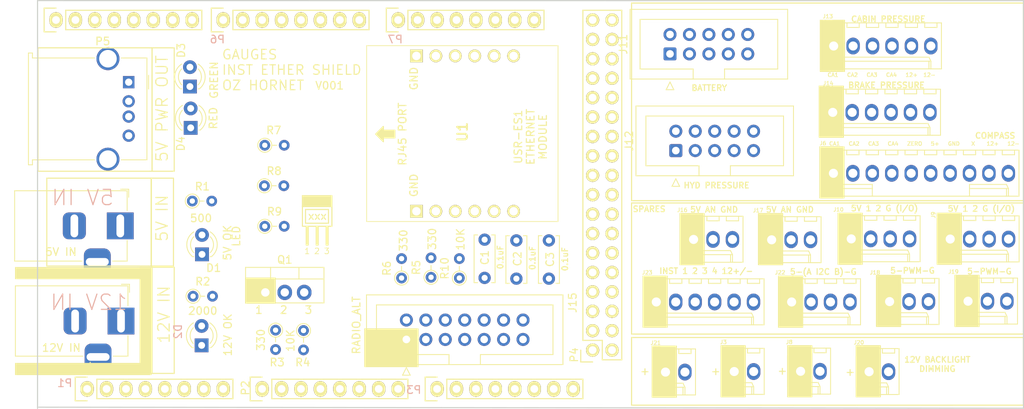
<source format=kicad_pcb>
(kicad_pcb (version 20211014) (generator pcbnew)
  (title_block (date "mar. 31 mars 2015"))
  (layers (0 "F.Cu" signal) (31 "B.Cu" signal) (34 "B.Paste" user) (35 "F.Paste" user) (36 "B.SilkS" user "B.Silkscreen") (37 "F.SilkS" user "F.Silkscreen") (38 "B.Mask" user) (39 "F.Mask" user) (44 "Edge.Cuts" user))
  (net 0 "")
  (net 1 "/SCL")
  (net 2 "/SDA")
  (net 4 "/LOWER_OUTPUT_5V")
  (net 5 "+5VL")
  (net 6 "/IOREF")
  (net 7 "/Reset")
  (net 8 "+3V3")
  (net 9 "/Vin")
  (net 10 "GND")
  (net 11 "/RAD_ALT-POT")
  (net 14 "/SLD_GND")
  (net 15 "/+5v_IN")
  (net 16 "/+12v-IN")
  (net 17 "/BATT-1-1")
  (net 18 "/BATT-2-1")
  (net 19 "/BATT-1-2")
  (net 20 "/BATT-2-2")
  (net 21 "/BATT-1-3")
  (net 22 "/BATT-2-3")
  (net 23 "/BATT-1-4")
  (net 24 "/BATT-2-4")
  (net 25 "/DIMMER-LED-12V")
  (net 26 "/HYD-1-1")
  (net 27 "/HYD-2-1")
  (net 28 "SCLK")
  (net 29 "/HYD-1-2")
  (net 30 "/HYD-2-2")
  (net 31 "/HYD-1-3")
  (net 32 "/HYD-2-3")
  (net 33 "/HYD-1-4")
  (net 34 "/HYD-2-4")
  (net 35 "/CAB_ALT-COIL-1")
  (net 36 "/CAB_ALT-COIL-2")
  (net 37 "/CAB_ALT-COIL-3")
  (net 38 "/CAB_ALT-COIL-4")
  (net 39 "/LED+12V")
  (net 40 "/BRK_PRS-COIL-1")
  (net 41 "/BRK_PRS-COIL-2")
  (net 42 "ES1_RST")
  (net 43 "Net-(P4-Pad35)")
  (net 44 "/BRK_PRS-COIL-3")
  (net 45 "/BRK_PRS-COIL-4")
  (net 46 "/RAD_ALT-1")
  (net 47 "/RAD_ALT-2")
  (net 48 "MISO")
  (net 49 "/RAD_ALT-3")
  (net 51 "/RAD_ALT-4")
  (net 52 "/OFF_FLAG")
  (net 53 "/RAD_ALT-PUSH_BUT")
  (net 54 "/RAD_ALT-GN_LED")
  (net 55 "/RAD_ALT-RD_LED")
  (net 56 "/LEDGND")
  (net 58 "MOSI")
  (net 59 "/GREEN_LED")
  (net 60 "/RED_LED")
  (net 63 "SS")
  (net 64 "Net-(D3-Pad2)")
  (net 65 "Net-(D4-Pad2)")
  (net 66 "Net-(D1-Pad2)")
  (net 67 "Net-(D2-Pad2)")
  (net 69 "Net-(Q1-Pad1)")
  (net 70 "/LGND")
  (net 73 "/RAD_ALT-GN_ARDUINO")
  (net 74 "/RAD_ALT-RD_ARDUINO")
  (net 75 "Net-(R9-Pad2)")
  (net 76 "/Compass_Stepper_A")
  (net 77 "/Compass_Stepper_B")
  (net 78 "/Compass_Stepper_C")
  (net 79 "/Compass_Stepper_D")
  (net 80 "/Compass_Zero_Sensor")
  (net 82 "/SPARE_I{slash}O-1")
  (net 83 "/SPARE_I{slash}O-2")
  (net 84 "/SPARE_I{slash}O-4")
  (net 85 "/SPARE_I{slash}O-5")
  (net 86 "/SPARE_1{slash}O-A0")
  (net 87 "/SPARE_1{slash}O-A1")
  (net 88 "/SPARE_PWM-1")
  (net 89 "/SPARE_PWM-2")
  (net 90 "/I2C-A")
  (net 91 "/I2C-B")
  (net 92 "/SPARE-COIL-4")
  (net 93 "/SPARE-COIL-3")
  (net 94 "/SPARE-COIL-2")
  (net 95 "/SPARE-COIL-1")
  (net 96 "/BACKLIGHT")
  (footprint "Socket_Arduino_Mega:Socket_Strip_Arduino_2x18" (layer "F.Cu") (at 197.358 114.046 90)
    (fp_text reference "P4" (at -0.635 -2.413 90) (layer "F.SilkS"))
    (fp_text value "Digital" hide)
    (pad "1" thru_hole circle locked (at 0 0 90) (size 1.7272 1.7272) (drill 1.016) (layers *.Cu *.Mask "F.SilkS") (net 70 "/LGND"))
    (pad "2" thru_hole oval locked (at 0 2.54 90) (size 1.7272 1.7272) (drill 1.016) (layers *.Cu *.Mask "F.SilkS") (net 70 "/LGND"))
    (pad "3" thru_hole oval locked (at 2.54 0 90) (size 1.7272 1.7272) (drill 1.016) (layers *.Cu *.Mask "F.SilkS") (net 28 "SCLK"))
    (pad "4" thru_hole oval locked (at 2.54 2.54 90) (size 1.7272 1.7272) (drill 1.016) (layers *.Cu *.Mask "F.SilkS") (net 42 "ES1_RST"))
    (pad "5" thru_hole oval locked (at 5.08 0 90) (size 1.7272 1.7272) (drill 1.016) (layers *.Cu *.Mask "F.SilkS") (net 48 "MISO"))
    (pad "6" thru_hole oval locked (at 5.08 2.54 90) (size 1.7272 1.7272) (drill 1.016) (layers *.Cu *.Mask "F.SilkS") (net 58 "MOSI"))
    (pad "7" thru_hole oval locked (at 7.62 0 90) (size 1.7272 1.7272) (drill 1.016) (layers *.Cu *.Mask "F.SilkS") (net 78 "/Compass_Stepper_C"))
    (pad "8" thru_hole oval locked (at 7.62 2.54 90) (size 1.7272 1.7272) (drill 1.016) (layers *.Cu *.Mask "F.SilkS") (net 79 "/Compass_Stepper_D"))
    (pad "9" thru_hole oval locked (at 10.16 0 90) (size 1.7272 1.7272) (drill 1.016) (layers *.Cu *.Mask "F.SilkS") (net 76 "/Compass_Stepper_A"))
    (pad "10" thru_hole oval locked (at 10.16 2.54 90) (size 1.7272 1.7272) (drill 1.016) (layers *.Cu *.Mask "F.SilkS") (net 77 "/Compass_Stepper_B"))
    (pad "11" thru_hole oval locked (at 12.7 0 90) (size 1.7272 1.7272) (drill 1.016) (layers *.Cu *.Mask "F.SilkS") (net 44 "/BRK_PRS-COIL-3"))
    (pad "12" thru_hole oval locked (at 12.7 2.54 90) (size 1.7272 1.7272) (drill 1.016) (layers *.Cu *.Mask "F.SilkS") (net 45 "/BRK_PRS-COIL-4"))
    (pad "13" thru_hole oval locked (at 15.24 0 90) (size 1.7272 1.7272) (drill 1.016) (layers *.Cu *.Mask "F.SilkS") (net 40 "/BRK_PRS-COIL-1"))
    (pad "14" thru_hole oval locked (at 15.24 2.54 90) (size 1.7272 1.7272) (drill 1.016) (layers *.Cu *.Mask "F.SilkS") (net 41 "/BRK_PRS-COIL-2"))
    (pad "15" thru_hole oval locked (at 17.78 0 90) (size 1.7272 1.7272) (drill 1.016) (layers *.Cu *.Mask "F.SilkS") (net 37 "/CAB_ALT-COIL-3"))
    (pad "16" thru_hole oval locked (at 17.78 2.54 90) (size 1.7272 1.7272) (drill 1.016) (layers *.Cu *.Mask "F.SilkS") (net 38 "/CAB_ALT-COIL-4"))
    (pad "17" thru_hole oval locked (at 20.32 0 90) (size 1.7272 1.7272) (drill 1.016) (layers *.Cu *.Mask "F.SilkS") (net 35 "/CAB_ALT-COIL-1"))
    (pad "18" thru_hole oval locked (at 20.32 2.54 90) (size 1.7272 1.7272) (drill 1.016) (layers *.Cu *.Mask "F.SilkS") (net 36 "/CAB_ALT-COIL-2"))
    (pad "19" thru_hole oval locked (at 22.86 0 90) (size 1.7272 1.7272) (drill 1.016) (layers *.Cu *.Mask "F.SilkS") (net 32 "/HYD-2-3"))
    (pad "20" thru_hole oval locked (at 22.86 2.54 90) (size 1.7272 1.7272) (drill 1.016) (layers *.Cu *.Mask "F.SilkS") (net 34 "/HYD-2-4"))
    (pad "21" thru_hole oval locked (at 25.4 0 90) (size 1.7272 1.7272) (drill 1.016) (layers *.Cu *.Mask "F.SilkS") (net 27 "/HYD-2-1"))
    (pad "22" thru_hole oval locked (at 25.4 2.54 90) (size 1.7272 1.7272) (drill 1.016) (layers *.Cu *.Mask "F.SilkS") (net 30 "/HYD-2-2"))
    (pad "23" thru_hole oval locked (at 27.94 0 90) (size 1.7272 1.7272) (drill 1.016) (layers *.Cu *.Mask "F.SilkS") (net 31 "/HYD-1-3"))
    (pad "24" thru_hole oval locked (at 27.94 2.54 90) (size 1.7272 1.7272) (drill 1.016) (layers *.Cu *.Mask "F.SilkS") (net 33 "/HYD-1-4"))
    (pad "25" thru_hole oval locked (at 30.48 0 90) (size 1.7272 1.7272) (drill 1.016) (layers *.Cu *.Mask "F.SilkS") (net 26 "/HYD-1-1"))
    (pad "26" thru_hole oval locked (at 30.48 2.54 90) (size 1.7272 1.7272) (drill 1.016) (layers *.Cu *.Mask "F.SilkS") (net 29 "/HYD-1-2"))
    (pad "27" thru_hole oval locked (at 33.02 0 90) (size 1.7272 1.7272) (drill 1.016) (layers *.Cu *.Mask "F.SilkS") (net 22 "/BATT-2-3"))
    (pad "28" thru_hole oval locked (at 33.02 2.54 90) (size 1.7272 1.7272) (drill 1.016) (layers *.Cu *.Mask "F.SilkS") (net 24 "/BATT-2-4"))
    (pad "29" thru_hole oval locked (at 35.56 0 90) (size 1.7272 1.7272) (drill 1.016) (layers *.Cu *.Mask "F.SilkS") (net 18 "/BATT-2-1"))
    (pad "30" thru_hole oval locked (at 35.56 2.54 90) (size 1.7272 1.7272) (drill 1.016) (layers *.Cu *.Mask "F.SilkS") (net 20 "/BATT-2-2"))
    (pad "31" thru_hole oval locked (at 38.1 0 90) (size 1.7272 1.7272) (drill 1.016) (layers *.Cu *.Mask "F.SilkS") (net 21 "/BATT-1-3"))
    (pad "32" thru_hole oval locked (at 38.1 2.54 90) (size 1.7272 1.7272) (drill 1.016) (layers *.Cu *.Mask "F.SilkS") (net 23 "/BATT-1-4"))
    (pad "33" thru_hole oval locked (at 40.64 0 90) (size 1.7272 1.7272) (drill 1.016) (layers *.Cu *.Mask "F.SilkS") (net 17 "/BATT-1-1"))
    (pad "34" thru_hole oval locked (at 40.64 2.54 90) (size 1.7272 1.7272) (drill 1.016) (layers *.Cu *.Mask "F.SilkS") (net 19 "/BATT-1-2"))
    (pad "35" thru_hole oval locked (at 43.18 0 90) (size 1.7272 1.7272) (drill 1.016) (layers *.Cu *.Mask "F.SilkS") (net 43 "Net-(P4-Pad35)"))
    (pad "36" thru_hole oval locked (at 43.18 2.54 90) (size 1.7272 1.7272) (drill 1.016) (layers *.Cu *.Mask "F.SilkS") (net 43 "Net-(P4-Pad35)"))
  )
  (footprint "Socket_Arduino_Mega:Socket_Strip_Arduino_1x08" (layer "F.Cu") (at 131.318 119.126)
    (fp_text reference "P1" (at -2.921 -0.762) (layer "B.SilkS") (effects (justify mirror)))
    (fp_text value "Power")
    (pad "1" thru_hole oval locked (at 0 0) (size 1.7272 2.032) (drill 1.016) (layers *.Cu *.Mask "F.SilkS"))
    (pad "2" thru_hole oval locked (at 2.54 0) (size 1.7272 2.032) (drill 1.016) (layers *.Cu *.Mask "F.SilkS") (net 6 "/IOREF"))
    (pad "3" thru_hole oval locked (at 5.08 0) (size 1.7272 2.032) (drill 1.016) (layers *.Cu *.Mask "F.SilkS") (net 7 "/Reset"))
    (pad "4" thru_hole oval locked (at 7.62 0) (size 1.7272 2.032) (drill 1.016) (layers *.Cu *.Mask "F.SilkS") (net 8 "+3V3"))
    (pad "5" thru_hole oval locked (at 10.16 0) (size 1.7272 2.032) (drill 1.016) (layers *.Cu *.Mask "F.SilkS") (net 5 "+5VL"))
    (pad "6" thru_hole oval locked (at 12.7 0) (size 1.7272 2.032) (drill 1.016) (layers *.Cu *.Mask "F.SilkS") (net 10 "GND"))
    (pad "7" thru_hole oval locked (at 15.24 0) (size 1.7272 2.032) (drill 1.016) (layers *.Cu *.Mask "F.SilkS") (net 10 "GND"))
    (pad "8" thru_hole oval locked (at 17.78 0) (size 1.7272 2.032) (drill 1.016) (layers *.Cu *.Mask "F.SilkS") (net 9 "/Vin"))
  )
  (footprint "Socket_Arduino_Mega:Socket_Strip_Arduino_1x08" (layer "F.Cu") (at 177.038 119.126)
    (fp_text reference "P3" (at -3.048 0.127) (layer "B.SilkS") (effects (justify mirror)))
    (fp_text value "Analog")
    (pad "1" thru_hole oval locked (at 0 0) (size 1.7272 2.032) (drill 1.016) (layers *.Cu *.Mask "F.SilkS") (net 82 "/SPARE_I{slash}O-1"))
    (pad "2" thru_hole oval locked (at 2.54 0) (size 1.7272 2.032) (drill 1.016) (layers *.Cu *.Mask "F.SilkS") (net 83 "/SPARE_I{slash}O-2"))
    (pad "3" thru_hole oval locked (at 5.08 0) (size 1.7272 2.032) (drill 1.016) (layers *.Cu *.Mask "F.SilkS"))
    (pad "4" thru_hole oval locked (at 7.62 0) (size 1.7272 2.032) (drill 1.016) (layers *.Cu *.Mask "F.SilkS") (net 84 "/SPARE_I{slash}O-4"))
    (pad "5" thru_hole oval locked (at 10.16 0) (size 1.7272 2.032) (drill 1.016) (layers *.Cu *.Mask "F.SilkS") (net 85 "/SPARE_I{slash}O-5"))
    (pad "6" thru_hole oval locked (at 12.7 0) (size 1.7272 2.032) (drill 1.016) (layers *.Cu *.Mask "F.SilkS"))
    (pad "7" thru_hole oval locked (at 15.24 0) (size 1.7272 2.032) (drill 1.016) (layers *.Cu *.Mask "F.SilkS"))
    (pad "8" thru_hole oval locked (at 17.78 0) (size 1.7272 2.032) (drill 1.016) (layers *.Cu *.Mask "F.SilkS"))
  )
  (footprint "Socket_Arduino_Mega:Socket_Strip_Arduino_1x08" (layer "F.Cu") (at 127.254 70.866)
    (fp_text reference "P5" (at 6.096 2.794) (layer "F.SilkS"))
    (fp_text value "PWM")
    (pad "1" thru_hole oval locked (at 0 0) (size 1.7272 2.032) (drill 1.016) (layers *.Cu *.Mask "F.SilkS"))
    (pad "2" thru_hole oval locked (at 2.54 0) (size 1.7272 2.032) (drill 1.016) (layers *.Cu *.Mask "F.SilkS") (net 10 "GND"))
    (pad "3" thru_hole oval locked (at 5.08 0) (size 1.7272 2.032) (drill 1.016) (layers *.Cu *.Mask "F.SilkS") (net 88 "/SPARE_PWM-1"))
    (pad "4" thru_hole oval locked (at 7.62 0) (size 1.7272 2.032) (drill 1.016) (layers *.Cu *.Mask "F.SilkS") (net 89 "/SPARE_PWM-2"))
    (pad "5" thru_hole oval locked (at 10.16 0) (size 1.7272 2.032) (drill 1.016) (layers *.Cu *.Mask "F.SilkS") (net 25 "/DIMMER-LED-12V"))
    (pad "6" thru_hole oval locked (at 12.7 0) (size 1.7272 2.032) (drill 1.016) (layers *.Cu *.Mask "F.SilkS") (net 63 "SS"))
    (pad "7" thru_hole oval locked (at 15.24 0) (size 1.7272 2.032) (drill 1.016) (layers *.Cu *.Mask "F.SilkS") (net 73 "/RAD_ALT-GN_ARDUINO"))
    (pad "8" thru_hole oval locked (at 17.78 0) (size 1.7272 2.032) (drill 1.016) (layers *.Cu *.Mask "F.SilkS") (net 74 "/RAD_ALT-RD_ARDUINO"))
  )
  (footprint "Socket_Arduino_Mega:Socket_Strip_Arduino_1x08" (layer "F.Cu") (at 149.098 70.866)
    (fp_text reference "P6" (at -0.762 2.54) (layer "B.SilkS") (effects (justify mirror)))
    (fp_text value "PWM")
    (pad "1" thru_hole oval locked (at 0 0) (size 1.7272 2.032) (drill 1.016) (layers *.Cu *.Mask "F.SilkS") (net 80 "/Compass_Zero_Sensor"))
    (pad "2" thru_hole oval locked (at 2.54 0) (size 1.7272 2.032) (drill 1.016) (layers *.Cu *.Mask "F.SilkS") (net 53 "/RAD_ALT-PUSH_BUT"))
    (pad "3" thru_hole oval locked (at 5.08 0) (size 1.7272 2.032) (drill 1.016) (layers *.Cu *.Mask "F.SilkS") (net 52 "/OFF_FLAG"))
    (pad "4" thru_hole oval locked (at 7.62 0) (size 1.7272 2.032) (drill 1.016) (layers *.Cu *.Mask "F.SilkS") (net 51 "/RAD_ALT-4"))
    (pad "5" thru_hole oval locked (at 10.16 0) (size 1.7272 2.032) (drill 1.016) (layers *.Cu *.Mask "F.SilkS") (net 49 "/RAD_ALT-3"))
    (pad "6" thru_hole oval locked (at 12.7 0) (size 1.7272 2.032) (drill 1.016) (layers *.Cu *.Mask "F.SilkS") (net 47 "/RAD_ALT-2"))
    (pad "7" thru_hole oval locked (at 15.24 0) (size 1.7272 2.032) (drill 1.016) (layers *.Cu *.Mask "F.SilkS") (net 46 "/RAD_ALT-1"))
    (pad "8" thru_hole oval locked (at 17.78 0) (size 1.7272 2.032) (drill 1.016) (layers *.Cu *.Mask "F.SilkS"))
  )
  (footprint "Socket_Arduino_Mega:Socket_Strip_Arduino_1x08" (layer "F.Cu") (at 171.958 70.866)
    (fp_text reference "P7" (at -0.381 2.54) (layer "B.SilkS") (effects (justify mirror)))
    (fp_text value "Communication")
    (pad "1" thru_hole oval locked (at 0 0) (size 1.7272 2.032) (drill 1.016) (layers *.Cu *.Mask "F.SilkS") (net 59 "/GREEN_LED"))
    (pad "2" thru_hole oval locked (at 2.54 0) (size 1.7272 2.032) (drill 1.016) (layers *.Cu *.Mask "F.SilkS") (net 60 "/RED_LED"))
    (pad "3" thru_hole oval locked (at 5.08 0) (size 1.7272 2.032) (drill 1.016) (layers *.Cu *.Mask "F.SilkS"))
    (pad "4" thru_hole oval locked (at 7.62 0) (size 1.7272 2.032) (drill 1.016) (layers *.Cu *.Mask "F.SilkS"))
    (pad "5" thru_hole oval locked (at 10.16 0) (size 1.7272 2.032) (drill 1.016) (layers *.Cu *.Mask "F.SilkS") (net 90 "/I2C-A"))
    (pad "6" thru_hole oval locked (at 12.7 0) (size 1.7272 2.032) (drill 1.016) (layers *.Cu *.Mask "F.SilkS") (net 91 "/I2C-B"))
    (pad "7" thru_hole oval locked (at 15.24 0) (size 1.7272 2.032) (drill 1.016) (layers *.Cu *.Mask "F.SilkS") (net 2 "/SDA"))
    (pad "8" thru_hole oval locked (at 17.78 0) (size 1.7272 2.032) (drill 1.016) (layers *.Cu *.Mask "F.SilkS") (net 1 "/SCL"))
  )
  (footprint "LED_THT:LED_D3.0mm" (layer "F.Cu") (at 146.33 101.525 90)
    (fp_text reference "D1" (at -1.775 1.52 -180) (layer "F.SilkS"))
    (fp_text value "LED" (at 2.375 4.47 90) (layer "F.SilkS"))
    (pad "1" thru_hole rect locked (at 0 0 90) (size 1.8 1.8) (drill 0.9) (layers *.Cu *.Mask) (net 10 "GND"))
    (pad "2" thru_hole circle locked (at 2.54 0 90) (size 1.8 1.8) (drill 0.9) (layers *.Cu *.Mask) (net 66 "Net-(D1-Pad2)"))
  )
  (footprint "LED_THT:LED_D3.0mm" (layer "F.Cu") (at 146.28 113.425 90)
    (fp_text reference "D2" (at 1.798 -3.098 90) (layer "B.SilkS") (effects (justify mirror)))
    (fp_text value "LED" hide)
    (pad "1" thru_hole rect locked (at 0 0 90) (size 1.8 1.8) (drill 0.9) (layers *.Cu *.Mask) (net 10 "GND"))
    (pad "2" thru_hole circle locked (at 2.54 0 90) (size 1.8 1.8) (drill 0.9) (layers *.Cu *.Mask) (net 67 "Net-(D2-Pad2)"))
  )
  (footprint "Resistor_THT:R_Axial_DIN0204_L3.6mm_D1.6mm_P2.54mm_Vertical" (layer "F.Cu") (at 145.06 94.55)
    (fp_text reference "R1" (at 1.32 -1.9) (layer "F.SilkS"))
    (fp_text value "500" (at 1.14 2.25) (layer "F.SilkS"))
    (pad "1" thru_hole circle (at 0 0) (size 1.4 1.4) (drill 0.7) (layers *.Cu *.Mask) (net 15 "/+5v_IN"))
    (pad "2" thru_hole oval (at 2.54 0) (size 1.4 1.4) (drill 0.7) (layers *.Cu *.Mask) (net 66 "Net-(D1-Pad2)"))
  )
  (footprint "LED_THT:LED_D3.0mm" (layer "F.Cu") (at 144.85 84.975 90)
    (fp_text reference "D4" (at -2.075 -1.3 90) (layer "F.SilkS"))
    (fp_text value "RED" (at 1.27 2.96 90) (layer "F.SilkS"))
    (pad "1" thru_hole rect (at 0 0 90) (size 1.8 1.8) (drill 0.9) (layers *.Cu *.Mask) (net 10 "GND"))
    (pad "2" thru_hole circle (at 2.54 0 90) (size 1.8 1.8) (drill 0.9) (layers *.Cu *.Mask) (net 65 "Net-(D4-Pad2)"))
  )
  (footprint "Package_TO_SOT_THT:TO-220-3_Vertical" (layer "F.Cu") (at 154.6 106.5)
    (fp_text reference "Q1" (at 2.54 -4.27) (layer "F.SilkS"))
    (fp_text value "IRF1405PBF")
    (pad "1" thru_hole rect (at 0 0) (size 1.905 2) (drill 1.1) (layers *.Cu *.Mask) (net 69 "Net-(Q1-Pad1)"))
    (pad "2" thru_hole oval (at 2.54 0) (size 1.905 2) (drill 1.1) (layers *.Cu *.Mask) (net 25 "/DIMMER-LED-12V"))
    (pad "3" thru_hole oval (at 5.08 0) (size 1.905 2) (drill 1.1) (layers *.Cu *.Mask) (net 10 "GND"))
  )
  (footprint "Connector_IDC:IDC-Header_2x05_P2.54mm_Vertical" (layer "F.Cu") (at 208.23 87.95 90)
    (fp_text reference "J12" (at 1.27 -6.1 90) (layer "F.SilkS"))
    (fp_text value "HYD-STEPPER")
    (pad "1" thru_hole roundrect (at 0 0 90) (size 1.7 1.7) (drill 1) (layers *.Cu *.Mask) (roundrect_rratio 0.147059) (net 26 "/HYD-1-1"))
    (pad "2" thru_hole circle (at 2.54 0 90) (size 1.7 1.7) (drill 1) (layers *.Cu *.Mask) (net 27 "/HYD-2-1"))
    (pad "3" thru_hole circle (at 0 2.54 90) (size 1.7 1.7) (drill 1) (layers *.Cu *.Mask) (net 29 "/HYD-1-2"))
    (pad "4" thru_hole circle (at 2.54 2.54 90) (size 1.7 1.7) (drill 1) (layers *.Cu *.Mask) (net 30 "/HYD-2-2"))
    (pad "5" thru_hole circle (at 0 5.08 90) (size 1.7 1.7) (drill 1) (layers *.Cu *.Mask) (net 31 "/HYD-1-3"))
    (pad "6" thru_hole circle (at 2.54 5.08 90) (size 1.7 1.7) (drill 1) (layers *.Cu *.Mask) (net 32 "/HYD-2-3"))
    (pad "7" thru_hole circle (at 0 7.62 90) (size 1.7 1.7) (drill 1) (layers *.Cu *.Mask) (net 33 "/HYD-1-4"))
    (pad "8" thru_hole circle (at 2.54 7.62 90) (size 1.7 1.7) (drill 1) (layers *.Cu *.Mask) (net 34 "/HYD-2-4"))
    (pad "9" thru_hole circle (at 0 10.16 90) (size 1.7 1.7) (drill 1) (layers *.Cu *.Mask) (net 16 "/+12v-IN"))
    (pad "10" thru_hole circle (at 2.54 10.16 90) (size 1.7 1.7) (drill 1) (layers *.Cu *.Mask) (net 25 "/DIMMER-LED-12V"))
  )
  (footprint "Resistor_THT:R_Axial_DIN0204_L3.6mm_D1.6mm_P2.54mm_Vertical" (layer "F.Cu") (at 179.95 104.62 90)
    (fp_text reference "R10" (at 1.27 -1.92 90) (layer "F.SilkS"))
    (fp_text value "10K" (at 5.07 0.15 90) (layer "F.SilkS"))
    (pad "1" thru_hole circle (at 0 0 90) (size 1.4 1.4) (drill 0.7) (layers *.Cu *.Mask) (net 10 "GND"))
    (pad "2" thru_hole oval (at 2.54 0 90) (size 1.4 1.4) (drill 0.7) (layers *.Cu *.Mask) (net 53 "/RAD_ALT-PUSH_BUT"))
  )
  (footprint "Resistor_THT:R_Axial_DIN0204_L3.6mm_D1.6mm_P2.54mm_Vertical" (layer "F.Cu") (at 154.53 97.85)
    (fp_text reference "R9" (at 1.27 -1.92) (layer "F.SilkS"))
    (fp_text value "10K")
    (pad "1" thru_hole circle (at 0 0) (size 1.4 1.4) (drill 0.7) (layers *.Cu *.Mask) (net 8 "+3V3"))
    (pad "2" thru_hole oval (at 2.54 0) (size 1.4 1.4) (drill 0.7) (layers *.Cu *.Mask) (net 75 "Net-(R9-Pad2)"))
  )
  (footprint "Connector_Molex:Molex_KK-254_AE-6410-04A_1x04_P2.54mm_Vertical" (layer "F.Cu") (at 223.36 107.75)
    (fp_text reference "J22" (at -1.51 -3.85 180) (layer "F.SilkS") (effects (font (size 0.5 0.5) (thickness 0.1))))
    (fp_text value "SPARE I2C" hide)
    (pad "1" thru_hole roundrect (at 0 0) (size 1.74 2.19) (drill 1.19) (layers *.Cu *.Mask) (roundrect_rratio 0.143678) (net 15 "/+5v_IN"))
    (pad "2" thru_hole oval (at 2.54 0) (size 1.74 2.19) (drill 1.19) (layers *.Cu *.Mask) (net 90 "/I2C-A"))
    (pad "3" thru_hole oval (at 5.08 0) (size 1.74 2.19) (drill 1.19) (layers *.Cu *.Mask) (net 91 "/I2C-B"))
    (pad "4" thru_hole oval (at 7.62 0) (size 1.74 2.19) (drill 1.19) (layers *.Cu *.Mask) (net 10 "GND"))
  )
  (footprint "Capacitor_THT:C_Disc_D6.0mm_W2.5mm_P5.00mm" (layer "F.Cu") (at 187.4 104.7 90)
    (fp_text reference "C2" (at 2.6 0.15 90) (layer "F.SilkS"))
    (fp_text value "0.1uF" (at 2.7 2.1 90) (layer "F.SilkS") (effects (font (size 0.75 0.75))))
    (pad "1" thru_hole circle (at 0 0 90) (size 1.6 1.6) (drill 0.8) (layers *.Cu *.Mask) (net 86 "/SPARE_1{slash}O-A0"))
    (pad "2" thru_hole circle (at 5 0 90) (size 1.6 1.6) (drill 0.8) (layers *.Cu *.Mask) (net 10 "GND"))
  )
  (footprint "Resistor_THT:R_Axial_DIN0204_L3.6mm_D1.6mm_P2.54mm_Vertical" (layer "F.Cu") (at 145.16 107)
    (fp_text reference "R2" (at 1.27 -1.92) (layer "F.SilkS"))
    (fp_text value "2000" (at 1.27 1.92) (layer "F.SilkS"))
    (pad "1" thru_hole circle (at 0 0) (size 1.4 1.4) (drill 0.7) (layers *.Cu *.Mask) (net 16 "/+12v-IN"))
    (pad "2" thru_hole oval (at 2.54 0) (size 1.4 1.4) (drill 0.7) (layers *.Cu *.Mask) (net 67 "Net-(D2-Pad2)"))
  )
  (footprint "Resistor_THT:R_Axial_DIN0204_L3.6mm_D1.6mm_P2.54mm_Vertical" (layer "F.Cu") (at 159.59 111.485 -90)
    (fp_text reference "R4" (at 4.17 0.1) (layer "F.SilkS"))
    (fp_text value "10K" (at 1.32 1.7 -90) (layer "F.SilkS"))
    (pad "1" thru_hole circle (at 0 0 270) (size 1.4 1.4) (drill 0.7) (layers *.Cu *.Mask) (net 10 "GND"))
    (pad "2" thru_hole oval (at 2.54 0 270) (size 1.4 1.4) (drill 0.7) (layers *.Cu *.Mask) (net 69 "Net-(Q1-Pad1)"))
  )
  (footprint "Connector_Molex:Molex_KK-254_AE-6410-06A_1x06_P2.54mm_Vertical" (layer "F.Cu") (at 228.85 74.27)
    (fp_text reference "J13" (at -0.76 -3.87) (layer "F.SilkS") (effects (font (size 0.5 0.5) (thickness 0.1))))
    (fp_text value "CABIN_ALT" hide)
    (pad "1" thru_hole roundrect (at 0 0) (size 1.74 2.19) (drill 1.19) (layers *.Cu *.Mask) (roundrect_rratio 0.143678) (net 35 "/CAB_ALT-COIL-1"))
    (pad "2" thru_hole oval (at 2.54 0) (size 1.74 2.19) (drill 1.19) (layers *.Cu *.Mask) (net 36 "/CAB_ALT-COIL-2"))
    (pad "3" thru_hole oval (at 5.08 0) (size 1.74 2.19) (drill 1.19) (layers *.Cu *.Mask) (net 37 "/CAB_ALT-COIL-3"))
    (pad "4" thru_hole oval (at 7.62 0) (size 1.74 2.19) (drill 1.19) (layers *.Cu *.Mask) (net 38 "/CAB_ALT-COIL-4"))
    (pad "5" thru_hole oval (at 10.16 0) (size 1.74 2.19) (drill 1.19) (layers *.Cu *.Mask) (net 39 "/LED+12V"))
    (pad "6" thru_hole oval (at 12.7 0) (size 1.74 2.19) (drill 1.19) (layers *.Cu *.Mask) (net 25 "/DIMMER-LED-12V"))
  )
  (footprint "Connector_BarrelJack:BarrelJack_Horizontal" (layer "F.Cu") (at 135.65 97.8)
    (fp_text reference "J4")
    (fp_text value "5V IN" (at -7.75 3.4) (layer "F.SilkS"))
    (pad "1" thru_hole rect (at 0 0) (size 3.5 3.5) (drill oval 1 3) (layers *.Cu *.Mask) (net 15 "/+5v_IN"))
    (pad "2" thru_hole roundrect (at -6 0) (size 3 3.5) (drill oval 1 3) (layers *.Cu *.Mask) (net 10 "GND"))
    (pad "3" thru_hole roundrect (at -3 4.7) (size 3.5 3.5) (drill oval 3 1) (layers *.Cu *.Mask))
  )
  (footprint "Connector_USB:USB_A_Molex_67643_Horizontal" (layer "F.Cu") (at 136.75 79 -90)
    (fp_text reference "J1")
    (fp_text value "5V USB")
    (pad "1" thru_hole rect (at 0 0 270) (size 1.6 1.5) (drill 0.95) (layers *.Cu *.Mask) (net 4 "/LOWER_OUTPUT_5V"))
    (pad "2" thru_hole circle (at 2.5 0 270) (size 1.6 1.6) (drill 0.95) (layers *.Cu *.Mask))
    (pad "3" thru_hole circle (at 4.5 0 270) (size 1.6 1.6) (drill 0.95) (layers *.Cu *.Mask))
    (pad "4" thru_hole circle (at 7 0 270) (size 1.6 1.6) (drill 0.95) (layers *.Cu *.Mask) (net 14 "/SLD_GND"))
    (pad "5" thru_hole circle (at -3.07 2.71 270) (size 3 3) (drill 2.3) (layers *.Cu *.Mask) (net 14 "/SLD_GND"))
    (pad "5" thru_hole circle (at 10.07 2.71 270) (size 3 3) (drill 2.3) (layers *.Cu *.Mask) (net 14 "/SLD_GND"))
  )
  (footprint "Capacitor_THT:C_Disc_D6.0mm_W2.5mm_P5.00mm" (layer "F.Cu") (at 191.65 104.7 90)
    (fp_text reference "C3" (at 2.5 0.15 90) (layer "F.SilkS"))
    (fp_text value "0.1uF" (at 2.55 2.1 90) (layer "F.SilkS") (effects (font (size 0.75 0.75))))
    (pad "1" thru_hole circle (at 0 0 90) (size 1.6 1.6) (drill 0.8) (layers *.Cu *.Mask) (net 87 "/SPARE_1{slash}O-A1"))
    (pad "2" thru_hole circle (at 5 0 90) (size 1.6 1.6) (drill 0.8) (layers *.Cu *.Mask) (net 10 "GND"))
  )
  (footprint "Connector_Molex:Molex_KK-254_AE-6410-02A_1x02_P2.54mm_Vertical" (layer "F.Cu") (at 224.53 116.82)
    (fp_text reference "J8" (at -1.48 -3.82 180) (layer "F.SilkS") (effects (font (size 0.5 0.5) (thickness 0.1))))
    (fp_text value "12v-BK/LT" hide)
    (pad "1" thru_hole roundrect (at 0 0) (size 1.74 2.19) (drill 1.19) (layers *.Cu *.Mask) (roundrect_rratio 0.143678) (net 16 "/+12v-IN"))
    (pad "2" thru_hole oval (at 2.54 0) (size 1.74 2.19) (drill 1.19) (layers *.Cu *.Mask) (net 25 "/DIMMER-LED-12V"))
  )
  (footprint "Socket_Arduino_Mega:Socket_Strip_Arduino_1x08" (layer "F.Cu") (at 154.178 119.126)
    (fp_text reference "P2" (at -2.178 -0.126 270) (layer "F.SilkS"))
    (fp_text value "Analog")
    (pad "1" thru_hole oval locked (at 0 0) (size 1.7272 2.032) (drill 1.016) (layers *.Cu *.Mask "F.SilkS") (net 86 "/SPARE_1{slash}O-A0"))
    (pad "2" thru_hole oval locked (at 2.54 0) (size 1.7272 2.032) (drill 1.016) (layers *.Cu *.Mask "F.SilkS") (net 87 "/SPARE_1{slash}O-A1"))
    (pad "3" thru_hole oval locked (at 5.08 0) (size 1.7272 2.032) (drill 1.016) (layers *.Cu *.Mask "F.SilkS") (net 11 "/RAD_ALT-POT"))
    (pad "4" thru_hole oval locked (at 7.62 0) (size 1.7272 2.032) (drill 1.016) (layers *.Cu *.Mask "F.SilkS"))
    (pad "5" thru_hole oval locked (at 10.16 0) (size 1.7272 2.032) (drill 1.016) (layers *.Cu *.Mask "F.SilkS") (net 95 "/SPARE-COIL-1"))
    (pad "6" thru_hole oval locked (at 12.7 0) (size 1.7272 2.032) (drill 1.016) (layers *.Cu *.Mask "F.SilkS") (net 94 "/SPARE-COIL-2"))
    (pad "7" thru_hole oval locked (at 15.24 0) (size 1.7272 2.032) (drill 1.016) (layers *.Cu *.Mask "F.SilkS") (net 93 "/SPARE-COIL-3"))
    (pad "8" thru_hole oval locked (at 17.78 0) (size 1.7272 2.032) (drill 1.016) (layers *.Cu *.Mask "F.SilkS") (net 92 "/SPARE-COIL-4"))
  )
  (footprint "Resistor_THT:R_Axial_DIN0204_L3.6mm_D1.6mm_P2.54mm_Vertical" (layer "F.Cu") (at 154.53 87.25)
    (fp_text reference "R7" (at 1.17 -1.95) (layer "F.SilkS"))
    (fp_text value "330")
    (pad "1" thru_hole circle (at 0 0) (size 1.4 1.4) (drill 0.7) (layers *.Cu *.Mask) (net 59 "/GREEN_LED"))
    (pad "2" thru_hole oval (at 2.54 0) (size 1.4 1.4) (drill 0.7) (layers *.Cu *.Mask) (net 64 "Net-(D3-Pad2)"))
  )
  (footprint "Connector_Molex:Molex_KK-254_AE-6410-04A_1x04_P2.54mm_Vertical" (layer "F.Cu") (at 244.08 99.52)
    (fp_text reference "J9" (at -2.2 -3.15 90) (layer "F.SilkS") (effects (font (size 0.5 0.5) (thickness 0.1))))
    (fp_text value "SPARE I/O-1")
    (pad "1" thru_hole roundrect (at 0 0) (size 1.74 2.19) (drill 1.19) (layers *.Cu *.Mask) (roundrect_rratio 0.143678) (net 15 "/+5v_IN"))
    (pad "2" thru_hole oval (at 2.54 0) (size 1.74 2.19) (drill 1.19) (layers *.Cu *.Mask) (net 82 "/SPARE_I{slash}O-1"))
    (pad "3" thru_hole oval (at 5.08 0) (size 1.74 2.19) (drill 1.19) (layers *.Cu *.Mask) (net 83 "/SPARE_I{slash}O-2"))
    (pad "4" thru_hole oval (at 7.62 0) (size 1.74 2.19) (drill 1.19) (layers *.Cu *.Mask) (net 10 "GND"))
  )
  (footprint "Connector_Molex:Molex_KK-254_AE-6410-03A_1x03_P2.54mm_Vertical" (layer "F.Cu") (at 246.41 107.65)
    (fp_text reference "J19" (at -1.91 -3.85 180) (layer "F.SilkS") (effects (font (size 0.5 0.5) (thickness 0.1))))
    (fp_text value "SPARE I/O PWM 2" hide)
    (pad "1" thru_hole roundrect (at 0 0) (size 1.74 2.19) (drill 1.19) (layers *.Cu *.Mask) (roundrect_rratio 0.143678) (net 15 "/+5v_IN"))
    (pad "2" thru_hole oval (at 2.54 0) (size 1.74 2.19) (drill 1.19) (layers *.Cu *.Mask) (net 89 "/SPARE_PWM-2"))
    (pad "3" thru_hole oval (at 5.08 0) (size 1.74 2.19) (drill 1.19) (layers *.Cu *.Mask) (net 10 "GND"))
  )
  (footprint "Connector_BarrelJack:BarrelJack_Horizontal" (layer "F.Cu") (at 135.75 110.2425)
    (fp_text reference "J7")
    (fp_text value "STEPPER IN 12-20VDC")
    (pad "1" thru_hole rect (at 0 0) (size 3.5 3.5) (drill oval 1 3) (layers *.Cu *.Mask) (net 16 "/+12v-IN"))
    (pad "2" thru_hole roundrect (at -6 0) (size 3 3.5) (drill oval 1 3) (layers *.Cu *.Mask) (net 10 "GND"))
    (pad "3" thru_hole roundrect (at -3 4.7) (size 3.5 3.5) (drill oval 3 1) (layers *.Cu *.Mask))
  )
  (footprint "MountingHole:MountingHole_2.5mm" (layer "F.Cu") (at 249.25 116.7)
    (fp_text reference "H2")
    (fp_text value "H2")
    (pad "" np_thru_hole circle (at 0 0) (size 2.5 2.5) (drill 2.5) (layers *.Cu *.Mask))
  )
  (footprint "Resistor_THT:R_Axial_DIN0204_L3.6mm_D1.6mm_P2.54mm_Vertical" (layer "F.Cu") (at 154.48 92.55)
    (fp_text reference "R8" (at 1.27 -1.92) (layer "F.SilkS"))
    (fp_text value "330")
    (pad "1" thru_hole circle (at 0 0) (size 1.4 1.4) (drill 0.7) (layers *.Cu *.Mask) (net 60 "/RED_LED"))
    (pad "2" thru_hole oval (at 2.54 0) (size 1.4 1.4) (drill 0.7) (layers *.Cu *.Mask) (net 65 "Net-(D4-Pad2)"))
  )
  (footprint "Connector_Molex:Molex_KK-254_AE-6410-02A_1x02_P2.54mm_Vertical" (layer "F.Cu") (at 233.48 116.87)
    (fp_text reference "J20" (at -1.33 -3.82 180) (layer "F.SilkS") (effects (font (size 0.5 0.5) (thickness 0.1))))
    (fp_text value "12v-BK/LT" hide)
    (pad "1" thru_hole roundrect (at 0 0) (size 1.74 2.19) (drill 1.19) (layers *.Cu *.Mask) (roundrect_rratio 0.143678) (net 16 "/+12v-IN"))
    (pad "2" thru_hole oval (at 2.54 0) (size 1.74 2.19) (drill 1.19) (layers *.Cu *.Mask) (net 25 "/DIMMER-LED-12V"))
  )
  (footprint "Capacitor_THT:C_Disc_D6.0mm_W2.5mm_P5.00mm" (layer "F.Cu") (at 183.25 104.6 90)
    (fp_text reference "C1" (at 2.648679 0.028834 90) (layer "F.SilkS"))
    (fp_text value "0.1uF" (at 2.7 2.05 90) (layer "F.SilkS") (effects (font (size 0.75 0.75))))
    (pad "1" thru_hole circle (at 0 0 90) (size 1.6 1.6) (drill 0.8) (layers *.Cu *.Mask) (net 11 "/RAD_ALT-POT"))
    (pad "2" thru_hole circle (at 5 0 90) (size 1.6 1.6) (drill 0.8) (layers *.Cu *.Mask) (net 10 "GND"))
  )
  (footprint "Connector_IDC:IDC-Header_2x07_P2.54mm_Vertical" (layer "F.Cu") (at 173.03 112.6525 90)
    (fp_text reference "J15" (at 4.8025 21.72 90) (layer "F.SilkS"))
    (fp_text value "RADIO_ALT" (at 1.8525 -6.53 90) (layer "F.SilkS"))
    (pad "1" thru_hole roundrect (at 0 0 90) (size 1.7 1.7) (drill 1) (layers *.Cu *.Mask) (roundrect_rratio 0.147059) (net 46 "/RAD_ALT-1"))
    (pad "2" thru_hole circle (at 2.54 0 90) (size 1.7 1.7) (drill 1) (layers *.Cu *.Mask) (net 47 "/RAD_ALT-2"))
    (pad "3" thru_hole circle (at 0 2.54 90) (size 1.7 1.7) (drill 1) (layers *.Cu *.Mask) (net 49 "/RAD_ALT-3"))
    (pad "4" thru_hole circle (at 2.54 2.54 90) (size 1.7 1.7) (drill 1) (layers *.Cu *.Mask) (net 51 "/RAD_ALT-4"))
    (pad "5" thru_hole circle (at 0 5.08 90) (size 1.7 1.7) (drill 1) (layers *.Cu *.Mask) (net 52 "/OFF_FLAG"))
    (pad "6" thru_hole circle (at 2.54 5.08 90) (size 1.7 1.7) (drill 1) (layers *.Cu *.Mask) (net 11 "/RAD_ALT-POT"))
    (pad "7" thru_hole circle (at 0 7.62 90) (size 1.7 1.7) (drill 1) (layers *.Cu *.Mask) (net 53 "/RAD_ALT-PUSH_BUT"))
    (pad "8" thru_hole circle (at 2.54 7.62 90) (size 1.7 1.7) (drill 1) (layers *.Cu *.Mask) (net 54 "/RAD_ALT-GN_LED"))
    (pad "9" thru_hole circle (at 0 10.16 90) (size 1.7 1.7) (drill 1) (layers *.Cu *.Mask) (net 55 "/RAD_ALT-RD_LED"))
    (pad "10" thru_hole circle (at 2.54 10.16 90) (size 1.7 1.7) (drill 1) (layers *.Cu *.Mask) (net 56 "/LEDGND"))
    (pad "11" thru_hole circle (at 0 12.7 90) (size 1.7 1.7) (drill 1) (layers *.Cu *.Mask) (net 15 "/+5v_IN"))
    (pad "12" thru_hole circle (at 2.54 12.7 90) (size 1.7 1.7) (drill 1) (layers *.Cu *.Mask) (net 10 "GND"))
    (pad "13" thru_hole circle (at 0 15.24 90) (size 1.7 1.7) (drill 1) (layers *.Cu *.Mask) (net 25 "/DIMMER-LED-12V"))
    (pad "14" thru_hole circle (at 2.54 15.24 90) (size 1.7 1.7) (drill 1) (layers *.Cu *.Mask) (net 16 "/+12v-IN"))
  )
  (footprint "Connector_Molex:Molex_KK-254_AE-6410-06A_1x06_P2.54mm_Vertical" (layer "F.Cu") (at 205.68 107.75)
    (fp_text reference "J23" (at -1.18 -3.85 180) (layer "F.SilkS") (effects (font (size 0.5 0.5) (thickness 0.1))))
    (fp_text value "SPARE" hide)
    (pad "1" thru_hole roundrect (at 0 0) (size 1.74 2.19) (drill 1.19) (layers *.Cu *.Mask) (roundrect_rratio 0.143678) (net 95 "/SPARE-COIL-1"))
    (pad "2" thru_hole oval (at 2.54 0) (size 1.74 2.19) (drill 1.19) (layers *.Cu *.Mask) (net 94 "/SPARE-COIL-2"))
    (pad "3" thru_hole oval (at 5.08 0) (size 1.74 2.19) (drill 1.19) (layers *.Cu *.Mask) (net 93 "/SPARE-COIL-3"))
    (pad "4" thru_hole oval (at 7.62 0) (size 1.74 2.19) (drill 1.19) (layers *.Cu *.Mask) (net 92 "/SPARE-COIL-4"))
    (pad "5" thru_hole oval (at 10.16 0) (size 1.74 2.19) (drill 1.19) (layers *.Cu *.Mask) (net 39 "/LED+12V"))
    (pad "6" thru_hole oval (at 12.7 0) (size 1.74 2.19) (drill 1.19) (layers *.Cu *.Mask) (net 25 "/DIMMER-LED-12V"))
  )
  (footprint "Connector_Molex:Molex_KK-254_AE-6410-03A_1x03_P2.54mm_Vertical" (layer "F.Cu") (at 236.16 107.7)
    (fp_text reference "J18" (at -1.91 -3.8 180) (layer "F.SilkS") (effects (font (size 0.5 0.5) (thickness 0.1))))
    (fp_text value "SPARE I/O PWM 1" hide)
    (pad "1" thru_hole roundrect (at 0 0) (size 1.74 2.19) (drill 1.19) (layers *.Cu *.Mask) (roundrect_rratio 0.143678) (net 15 "/+5v_IN"))
    (pad "2" thru_hole oval (at 2.54 0) (size 1.74 2.19) (drill 1.19) (layers *.Cu *.Mask) (net 88 "/SPARE_PWM-1"))
    (pad "3" thru_hole oval (at 5.08 0) (size 1.74 2.19) (drill 1.19) (layers *.Cu *.Mask) (net 10 "GND"))
  )
  (footprint "LED_THT:LED_D3.0mm" (layer "F.Cu") (at 144.75 79.575 90)
    (fp_text reference "D3" (at 4.725 -1.15 90) (layer "F.SilkS"))
    (fp_text value "GREEN" (at 0.85 3.15 90) (layer "F.SilkS"))
    (pad "1" thru_hole rect (at 0 0 90) (size 1.8 1.8) (drill 0.9) (layers *.Cu *.Mask) (net 10 "GND"))
    (pad "2" thru_hole circle (at 2.54 0 90) (size 1.8 1.8) (drill 0.9) (layers *.Cu *.Mask) (net 64 "Net-(D3-Pad2)"))
  )
  (footprint "Connector_Molex:Molex_KK-254_AE-6410-03A_1x03_P2.54mm_Vertical" (layer "F.Cu") (at 220.75 99.62)
    (fp_text reference "J17" (at -1.77 -3.85 180) (layer "F.SilkS") (effects (font (size 0.5 0.5) (thickness 0.1))))
    (fp_text value "SPARE A2")
    (pad "1" thru_hole roundrect (at 0 0) (size 1.74 2.19) (drill 1.19) (layers *.Cu *.Mask) (roundrect_rratio 0.143678) (net 15 "/+5v_IN"))
    (pad "2" thru_hole oval (at 2.54 0) (size 1.74 2.19) (drill 1.19) (layers *.Cu *.Mask) (net 87 "/SPARE_1{slash}O-A1"))
    (pad "3" thru_hole oval (at 5.08 0) (size 1.74 2.19) (drill 1.19) (layers *.Cu *.Mask) (net 10 "GND"))
  )
  (footprint "USR-ES1:USRES1" (layer "F.Cu") (at 174.34 95.885 90)
    (fp_text reference "U1" (at 10.37 6.02 90) (layer "F.SilkS") (effects (font (size 1.27 1.27) (thickness 0.254))))
    (fp_text value "USR-ES1" hide)
    (pad "A1" thru_hole rect (at 0 0 180) (size 1.665 1.665) (drill 1.11) (layers *.Cu *.Mask "F.SilkS") (net 10 "GND"))
    (pad "A2" thru_hole circle (at 0 2.54 180) (size 1.665 1.665) (drill 1.11) (layers *.Cu *.Mask "F.SilkS") (net 10 "GND"))
    (pad "A3" thru_hole circle (at 0 5.08 180) (size 1.665 1.665) (drill 1.11) (layers *.Cu *.Mask "F.SilkS") (net 58 "MOSI"))
    (pad "A4" thru_hole circle (at 0 7.62 180) (size 1.665 1.665) (drill 1.11) (layers *.Cu *.Mask "F.SilkS") (net 28 "SCLK"))
    (pad "A5" thru_hole circle (at 0 10.16 180) (size 1.665 1.665) (drill 1.11) (layers *.Cu *.Mask "F.SilkS") (net 63 "SS"))
    (pad "A6" thru_hole circle (at 0 12.7 180) (size 1.665 1.665) (drill 1.11) (layers *.Cu *.Mask "F.SilkS") (net 75 "Net-(R9-Pad2)"))
    (pad "B1" thru_hole rect (at 20.32 0 180) (size 1.665 1.665) (drill 1.11) (layers *.Cu *.Mask "F.SilkS") (net 10 "GND"))
    (pad "B2" thru_hole circle (at 20.32 2.54 180) (size 1.665 1.665) (drill 1.11) (layers *.Cu *.Mask "F.SilkS") (net 8 "+3V3"))
    (pad "B3" thru_hole circle (at 20.32 5.08 180) (size 1.665 1.665) (drill 1.11) (layers *.Cu *.Mask "F.SilkS") (net 8 "+3V3"))
    (pad "B4" thru_hole circle (at 20.32 7.62 180) (size 1.665 1.665) (drill 1.11) (layers *.Cu *.Mask "F.SilkS"))
    (pad "B5" thru_hole circle (at 20.32 10.16 180) (size 1.665 1.665) (drill 1.11) (layers *.Cu *.Mask "F.SilkS") (net 42 "ES1_RST"))
    (pad "B6" thru_hole circle (at 20.32 12.7 180) (size 1.665 1.665) (drill 1.11) (layers *.Cu *.Mask "F.SilkS") (net 48 "MISO"))
  )
  (footprint "MountingHole:MountingHole_2.5mm" (layer "F.Cu") (at 249.9 72.65)
    (fp_text reference "H1")
    (fp_text value "H1")
    (pad "" np_thru_hole circle (at 0 0) (size 2.5 2.5) (drill 2.5) (layers *.Cu *.Mask))
  )
  (footprint "Connector_Molex:Molex_KK-254_AE-6410-04A_1x04_P2.54mm_Vertical" (layer "F.Cu") (at 231.15 99.5)
    (fp_text reference "J10" (at -1.67 -3.83 180) (layer "F.SilkS") (effects (font (size 0.5 0.5) (thickness 0.1))))
    (fp_text value "SPARE I/O-2")
    (pad "1" thru_hole roundrect (at 0 0) (size 1.74 2.19) (drill 1.19) (layers *.Cu *.Mask) (roundrect_rratio 0.143678) (net 15 "/+5v_IN"))
    (pad "2" thru_hole oval (at 2.54 0) (size 1.74 2.19) (drill 1.19) (layers *.Cu *.Mask) (net 84 "/SPARE_I{slash}O-4"))
    (pad "3" thru_hole oval (at 5.08 0) (size 1.74 2.19) (drill 1.19) (layers *.Cu *.Mask) (net 85 "/SPARE_I{slash}O-5"))
    (pad "4" thru_hole oval (at 7.62 0) (size 1.74 2.19) (drill 1.19) (layers *.Cu *.Mask) (net 10 "GND"))
  )
  (footprint "Resistor_THT:R_Axial_DIN0204_L3.6mm_D1.6mm_P2.54mm_Vertical" (layer "F.Cu") (at 155.94 111.435 -90)
    (fp_text reference "R3" (at 4.22 -0.2) (layer "F.SilkS"))
    (fp_text value "330" (at 1.27 1.92 -90) (layer "F.SilkS"))
    (pad "1" thru_hole circle (at 0 0 270) (size 1.4 1.4) (drill 0.7) (layers *.Cu *.Mask) (net 69 "Net-(Q1-Pad1)"))
    (pad "2" thru_hole oval (at 2.54 0 270) (size 1.4 1.4) (drill 0.7) (layers *.Cu *.Mask) (net 96 "/BACKLIGHT"))
  )
  (footprint "Connector_Molex:Molex_KK-254_AE-6410-06A_1x06_P2.54mm_Vertical" (layer "F.Cu") (at 228.73 82.95)
    (fp_text reference "J14" (at -0.58 -3.8) (layer "F.SilkS") (effects (font (size 0.5 0.5) (thickness 0.1))))
    (fp_text value "BRAKE_PRESS" hide)
    (pad "1" thru_hole roundrect (at 0 0) (size 1.74 2.19) (drill 1.19) (layers *.Cu *.Mask) (roundrect_rratio 0.143678) (net 40 "/BRK_PRS-COIL-1"))
    (pad "2" thru_hole oval (at 2.54 0) (size 1.74 2.19) (drill 1.19) (layers *.Cu *.Mask) (net 41 "/BRK_PRS-COIL-2"))
    (pad "3" thru_hole oval (at 5.08 0) (size 1.74 2.19) (drill 1.19) (layers *.Cu *.Mask) (net 44 "/BRK_PRS-COIL-3"))
    (pad "4" thru_hole oval (at 7.62 0) (size 1.74 2.19) (drill 1.19) (layers *.Cu *.Mask) (net 45 "/BRK_PRS-COIL-4"))
    (pad "5" thru_hole oval (at 10.16 0) (size 1.74 2.19) (drill 1.19) (layers *.Cu *.Mask) (net 16 "/+12v-IN"))
    (pad "6" thru_hole oval (at 12.7 0) (size 1.74 2.19) (drill 1.19) (layers *.Cu *.Mask) (net 25 "/DIMMER-LED-12V"))
  )
  (footprint "Connector_Molex:Molex_KK-254_AE-6410-03A_1x03_P2.54mm_Vertical" (layer "F.Cu") (at 210.55 99.57)
    (fp_text reference "J16" (at -1.47 -3.85 180) (layer "F.SilkS") (effects (font (size 0.5 0.5) (thickness 0.1))))
    (fp_text value "SPARE A1")
    (pad "1" thru_hole roundrect (at 0 0) (size 1.74 2.19) (drill 1.19) (layers *.Cu *.Mask) (roundrect_rratio 0.143678) (net 15 "/+5v_IN"))
    (pad "2" thru_hole oval (at 2.54 0) (size 1.74 2.19) (drill 1.19) (layers *.Cu *.Mask) (net 86 "/SPARE_1{slash}O-A0"))
    (pad "3" thru_hole oval (at 5.08 0) (size 1.74 2.19) (drill 1.19) (layers *.Cu *.Mask) (net 10 "GND"))
  )
  (footprint "Connector_Molex:Molex_KK-254_AE-6410-10A_1x10_P2.54mm_Vertical" (layer "F.Cu") (at 228.82 90.92)
    (fp_text reference "J6" (at -1.37 -3.92) (layer "F.SilkS") (effects (font (size 0.5 0.5) (thickness 0.1))))
    (fp_text value "COMPASS")
    (pad "1" thru_hole roundrect (at 0 0) (size 1.74 2.19) (drill 1.19) (layers *.Cu *.Mask) (roundrect_rratio 0.143678) (net 76 "/Compass_Stepper_A"))
    (pad "2" thru_hole oval (at 2.54 0) (size 1.74 2.19) (drill 1.19) (layers *.Cu *.Mask) (net 77 "/Compass_Stepper_B"))
    (pad "3" thru_hole oval (at 5.08 0) (size 1.74 2.19) (drill 1.19) (layers *.Cu *.Mask) (net 78 "/Compass_Stepper_C"))
    (pad "4" thru_hole oval (at 7.62 0) (size 1.74 2.19) (drill 1.19) (layers *.Cu *.Mask) (net 79 "/Compass_Stepper_D"))
    (pad "5" thru_hole oval (at 10.16 0) (size 1.74 2.19) (drill 1.19) (layers *.Cu *.Mask) (net 80 "/Compass_Zero_Sensor"))
    (pad "6" thru_hole oval (at 12.7 0) (size 1.74 2.19) (drill 1.19) (layers *.Cu *.Mask) (net 15 "/+5v_IN"))
    (pad "7" thru_hole oval (at 15.24 0) (size 1.74 2.19) (drill 1.19) (layers *.Cu *.Mask) (net 10 "GND"))
    (pad "8" thru_hole oval (at 17.78 0) (size 1.74 2.19) (drill 1.19) (layers *.Cu *.Mask))
    (pad "9" thru_hole oval (at 20.32 0) (size 1.74 2.19) (drill 1.19) (layers *.Cu *.Mask) (net 16 "/+12v-IN"))
    (pad "10" thru_hole oval (at 22.86 0) (size 1.74 2.19) (drill 1.19) (layers *.Cu *.Mask) (net 25 "/DIMMER-LED-12V"))
  )
  (footprint "Resistor_THT:R_Axial_DIN0204_L3.6mm_D1.6mm_P2.54mm_Vertical" (layer "F.Cu") (at 172.4 104.62 90)
    (fp_text reference "R6" (at 1.27 -1.92 90) (layer "F.SilkS"))
    (fp_text value "330" (at 4.92 0.25 90) (layer "F.SilkS"))
    (pad "1" thru_hole circle (at 0 0 90) (size 1.4 1.4) (drill 0.7) (layers *.Cu *.Mask) (net 55 "/RAD_ALT-RD_LED"))
    (pad "2" thru_hole oval (at 2.54 0 90) (size 1.4 1.4) (drill 0.7) (layers *.Cu *.Mask) (net 74 "/RAD_ALT-RD_ARDUINO"))
  )
  (footprint "Connector_Molex:Molex_KK-254_AE-6410-02A_1x02_P2.54mm_Vertical" (layer "F.Cu") (at 206.88 116.92)
    (fp_text reference "J21" (at -1.28 -3.82 180) (layer "F.SilkS") (effects (font (size 0.5 0.5) (thickness 0.1))))
    (fp_text value "12v-BK/LT" hide)
    (pad "1" thru_hole roundrect (at 0 0) (size 1.74 2.19) (drill 1.19) (layers *.Cu *.Mask) (roundrect_rratio 0.143678) (net 16 "/+12v-IN"))
    (pad "2" thru_hole oval (at 2.54 0) (size 1.74 2.19) (drill 1.19) (layers *.Cu *.Mask) (net 25 "/DIMMER-LED-12V"))
  )
  (footprint "Connector_IDC:IDC-Header_2x05_P2.54mm_Vertical" (layer "F.Cu") (at 207.47 75.3025 90)
    (fp_text reference "J11" (at 1.27 -6.1 90) (layer "F.SilkS"))
    (fp_text value "BATT-STEPPER")
    (pad "1" thru_hole roundrect (at 0 0 90) (size 1.7 1.7) (drill 1) (layers *.Cu *.Mask) (roundrect_rratio 0.147059) (net 17 "/BATT-1-1"))
    (pad "2" thru_hole circle (at 2.54 0 90) (size 1.7 1.7) (drill 1) (layers *.Cu *.Mask) (net 18 "/BATT-2-1"))
    (pad "3" thru_hole circle (at 0 2.54 90) (size 1.7 1.7) (drill 1) (layers *.Cu *.Mask) (net 19 "/BATT-1-2"))
    (pad "4" thru_hole circle (at 2.54 2.54 90) (size 1.7 1.7) (drill 1) (layers *.Cu *.Mask) (net 20 "/BATT-2-2"))
    (pad "5" thru_hole circle (at 0 5.08 90) (size 1.7 1.7) (drill 1) (layers *.Cu *.Mask) (net 21 "/BATT-1-3"))
    (pad "6" thru_hole circle (at 2.54 5.08 90) (size 1.7 1.7) (drill 1) (layers *.Cu *.Mask) (net 22 "/BATT-2-3"))
    (pad "7" thru_hole circle (at 0 7.62 90) (size 1.7 1.7) (drill 1) (layers *.Cu *.Mask) (net 23 "/BATT-1-4"))
    (pad "8" thru_hole circle (at 2.54 7.62 90) (size 1.7 1.7) (drill 1) (layers *.Cu *.Mask) (net 24 "/BATT-2-4"))
    (pad "9" thru_hole circle (at 0 10.16 90) (size 1.7 1.7) (drill 1) (layers *.Cu *.Mask) (net 16 "/+12v-IN"))
    (pad "10" thru_hole circle (at 2.54 10.16 90) (size 1.7 1.7) (drill 1) (layers *.Cu *.Mask) (net 25 "/DIMMER-LED-12V"))
  )
  (footprint "Connector_Molex:Molex_KK-254_AE-6410-02A_1x02_P2.54mm_Vertical" (layer "F.Cu") (at 215.86 116.85)
    (fp_text reference "J3" (at -1.41 -3.85 180) (layer "F.SilkS") (effects (font (size 0.5 0.5) (thickness 0.1))))
    (fp_text value "12v-BK/LT" hide)
    (pad "1" thru_hole roundrect (at 0 0) (size 1.74 2.19) (drill 1.19) (layers *.Cu *.Mask) (roundrect_rratio 0.143678) (net 16 "/+12v-IN"))
    (pad "2" thru_hole oval (at 2.54 0) (size 1.74 2.19) (drill 1.19) (layers *.Cu *.Mask) (net 25 "/DIMMER-LED-12V"))
  )
  (footprint "Resistor_THT:R_Axial_DIN0204_L3.6mm_D1.6mm_P2.54mm_Vertical" (layer "F.Cu") (at 176.25 104.52 90)
    (fp_text reference "R5" (at 1.27 -1.92 90) (layer "F.SilkS"))
    (fp_text value "330" (at 5.02 0.15 90) (layer "F.SilkS"))
    (pad "1" thru_hole circle (at 0 0 90) (size 1.4 1.4) (drill 0.7) (layers *.Cu *.Mask) (net 54 "/RAD_ALT-GN_LED"))
    (pad "2" thru_hole oval (at 2.54 0 90) (size 1.4 1.4) (drill 0.7) (layers *.Cu *.Mask) (net 73 "/RAD_ALT-GN_ARDUINO"))
  )
  (gr_rect (start 139.8 74.507) (end 142.7 90.65) (layer "F.SilkS") (width 0.15) (fill none))
  (gr_rect (start 159.45 95.25) (end 163.3 97.85) (layer "F.SilkS") (width 0.15) (fill none))
  (gr_rect (start 221.65 111.05) (end 224.8 104.375) (layer "F.SilkS") (width 0.15) (fill solid))
  (gr_rect (start 219.03 102.87) (end 222.18 96.195) (layer "F.SilkS") (width 0.15) (fill solid))
  (gr_rect (start 205.15 120.2) (end 208.3 113.525) (layer "F.SilkS") (width 0.15) (fill solid))
  (gr_rect (start 159.45 93.85) (end 163.3 95.25) (layer "F.SilkS") (width 0.15) (fill solid))
  (gr_rect (start 152.05 107.9) (end 155.9 104.625) (layer "F.SilkS") (width 0.15) (fill solid))
  (gr_rect (start 162.8 100.3) (end 162.55 97.9) (layer "F.SilkS") (width 0.15) (fill solid))
  (gr_rect (start 244.7 110.95) (end 247.85 104.275) (layer "F.SilkS") (width 0.15) (fill solid))
  (gr_rect (start 214.15 120.15) (end 217.3 113.475) (layer "F.SilkS") (width 0.15) (fill solid))
  (gr_rect (start 126.05 91.557) (end 139.7 103.05) (layer "F.SilkS") (width 0.15) (fill none))
  (gr_rect (start 242.38 102.82) (end 245.53 96.145) (layer "F.SilkS") (width 0.15) (fill solid))
  (gr_rect (start 222.85 120.15) (end 226 113.475) (layer "F.SilkS") (width 0.15) (fill solid))
  (gr_rect (start 160.2 100.3) (end 159.95 97.9) (layer "F.SilkS") (width 0.15) (fill solid))
  (gr_rect (start 202.45 112.4) (end 253.65 121.25) (layer "F.SilkS") (width 0.15) (fill none))
  (gr_rect (start 229.43 102.82) (end 232.58 96.145) (layer "F.SilkS") (width 0.15) (fill solid))
  (gr_rect (start 139.8 103.2035) (end 142.7 117.0965) (layer "F.SilkS") (width 0.15) (fill none))
  (gr_rect (start 231.8 120.15) (end 234.95 113.475) (layer "F.SilkS") (width 0.15) (fill solid))
  (gr_rect (start 161.5 100.3) (end 161.25 97.9) (layer "F.SilkS") (width 0.15) (fill solid))
  (gr_rect (start 227.115 77.5875) (end 230.265 70.9125) (layer "F.SilkS") (width 0.15) (fill solid))
  (gr_rect (start 159.85 95.65) (end 162.85 97.45) (layer "F.SilkS") (width 0.15) (fill none))
  (gr_rect (start 234.45 110.95) (end 237.6 104.275) (layer "F.SilkS") (width 0.15) (fill solid))
  (gr_rect (start 227.05 94.1375) (end 230.2 87.4625) (layer "F.SilkS") (width 0.15) (fill solid))
  (gr_rect (start 121.9715 115.8) (end 139.6715 117.243) (layer "F.SilkS") (width 0.15) (fill solid))
  (gr_rect (start 208.78 102.87) (end 211.93 96.195) (layer "F.SilkS") (width 0.15) (fill solid))
  (gr_rect (start 167.6 116.2) (end 174.55 111.275) (layer "F.SilkS") (width 0.15) (fill solid))
  (gr_rect (start 121.9715 103.2535) (end 139.7215 104.6965) (layer "F.SilkS") (width 0.15) (fill solid))
  (gr_rect (start 138.25 117.15) (end 139.693 103.25) (layer "F.SilkS") (width 0.15) (fill solid))
  (gr_rect (start 124.9 74.507) (end 139.8 90.65) (layer "F.SilkS") (width 0.15) (fill none))
  (gr_rect (start 202.45 94.8) (end 253.65 111.95) (layer "F.SilkS") (width 0.15) (fill none))
  (gr_poly (pts (xy 170.02 85.29) (xy 171.52 85.29) (xy 171.52 86.29) (xy 170.02 86.29) (xy 170.02 86.79) (xy 169.02 85.79) (xy 170.02 84.79)) (layer "F.SilkS") (width 0.15) (fill solid))
  (gr_rect (start 226.975 86.2) (end 230.125 79.525) (layer "F.SilkS") (width 0.15) (fill solid))
  (gr_rect (start 139.7 91.557) (end 142.6 103.05) (layer "F.SilkS") (width 0.15) (fill none))
  (gr_rect (start 202.45 68.65) (end 253.65 94.5) (layer "F.SilkS") (width 0.15) (fill none))
  (gr_rect (start 203.95 111.05) (end 207.1 104.375) (layer "F.SilkS") (width 0.15) (fill solid))
  (gr_line (start 124.991 121.516) (end 253.65 121.65) (layer "Edge.Cuts") (width 0.15))
  (gr_line (start 124.841 68.326) (end 253.65 68.334) (layer "Edge.Cuts") (width 0.15))
  (gr_line (start 253.65 121.65) (end 253.65 68.334) (layer "Edge.Cuts") (width 0.15))
  (gr_line (start 124.841 68.326) (end 124.841 121.666) (layer "Edge.Cuts") (width 0.15))
  (gr_text "12V IN" (at 131.55 107.8) (layer "B.SilkS") (effects (font (size 2 2)) (justify mirror)))
  (gr_text "5V IN" (at 130.75 94.1) (layer "B.SilkS") (effects (font (size 2 2)) (justify mirror)))
  (gr_text "INST 1 2 3 4 12+/-" (at 212.2 103.7) (layer "F.SilkS") (effects (font (size 0.75 0.75))))
  (gr_text "xxx" (at 161.4 96.5) (layer "F.SilkS") (effects (font (size 1 1))))
  (gr_text "+" (at 231 116.9) (layer "F.SilkS") (effects (font (size 1 1))))
  (gr_text "BRAKE PRESSURE" (at 235.75 79.4) (layer "F.SilkS") (effects (font (size 0.75 0.75))))
  (gr_text "5V AN GND" (at 223.13 95.67) (layer "F.SilkS") (effects (font (size 0.75 0.75))))
  (gr_text "GND" (at 174.01 92.5 90) (layer "F.SilkS") (effects (font (size 1 1))))
  (gr_text "CA1   CA2   CA3   CA4   ZERO   5+   GND    X    12+   12-" (at 228.2 87.05) (layer "F.SilkS") (effects (font (size 0.5 0.5) (thickness 0.1)) (justify left)))
  (gr_text "12V BACKLIGHT\nDIMMING" (at 242.4 115.9) (layer "F.SilkS") (effects (font (size 0.75 0.75))))
  (gr_text "5-PWM-G" (at 249.2 103.75) (layer "F.SilkS") (effects (font (size 0.75 0.75))))
  (gr_text "HYD PRESSURE" (at 213.55 92.5) (layer "F.SilkS") (effects (font (size 0.75 0.75))))
  (gr_text "12V IN" (at 141.35 109.3965 90) (layer "F.SilkS") (effects (font (size 1.5 1.5))))
  (gr_text "5V 1 2 G (I/O)" (at 235.5 95.5) (layer "F.SilkS") (effects (font (size 0.75 0.75))))
  (gr_text "5V IN" (at 141.1 96.8 90) (layer "F.SilkS") (effects (font (size 1.5 1.5))))
  (gr_text "+" (at 213.45 116.8) (layer "F.SilkS") (effects (font (size 1 1))))
  (gr_text "BATTERY" (at 212.6 79.75) (layer "F.SilkS") (effects (font (size 0.75 0.75))))
  (gr_text "1 2 3" (at 161.35 101.1) (layer "F.SilkS") (effects (font (size 0.75 0.75) (thickness 0.1))))
  (gr_text "1   2   3" (at 157 108.8) (layer "F.SilkS") (effects (font (size 1 1))))
  (gr_text "CABIN PRESSURE" (at 235.99 70.75) (layer "F.SilkS") (effects (font (size 0.75 0.75))))
  (gr_text "12V IN" (at 127.95 113.75) (layer "F.SilkS") (effects (font (size 1 1))))
  (gr_text "1" (at 131.268 115.936 90) (layer "F.SilkS") (effects (font (size 1 1))))
  (gr_text "GAUGES\nINST ETHER SHIELD \nOZ HORNET" (at 148.85 77.4) (layer "F.SilkS") (effects (font (size 1.25 1.25)) (justify left)))
  (gr_text "+" (at 204.2 116.8) (layer "F.SilkS") (effects (font (size 1 1))))
  (gr_text "GND" (at 174.01 78.53 90) (layer "F.SilkS") (effects (font (size 1 1))))
  (gr_text "5V PWR OUT" (at 141.1 82.45 90) (layer "F.SilkS") (effects (font (size 1.5 1.5))))
  (gr_text "5-PWM-G" (at 239.15 103.65) (layer "F.SilkS") (effects (font (size 0.75 0.75))))
  (gr_text "CA1   CA2   CA3   CA4   12+  12-" (at 227.99 78.05) (layer "F.SilkS") (effects (font (size 0.5 0.5) (thickness 0.1)) (justify left)))
  (gr_text "V001" (at 163 79.45) (layer "F.SilkS") (effects (font (size 1 1))))
  (gr_text "COMPASS" (at 249.95 86) (layer "F.SilkS") (effects (font (size 0.75 0.75))))
  (gr_text "5-(A I2C B)-G" (at 227.5 103.8) (layer "F.SilkS") (effects (font (size 0.75 0.75))))
  (gr_text "5V 1 2 G (I/O)" (at 248.15 95.55) (layer "F.SilkS") (effects (font (size 0.75 0.75))))
  (gr_text "+" (at 222.15 116.75) (layer "F.SilkS") (effects (font (size 1 1))))
  (gr_text "SPARES" (at 204.75 95.6) (layer "F.SilkS") (effects (font (size 0.75 0.75))))
  (gr_text "5V OK" (at 149.65 100 90) (layer "F.SilkS") (effects (font (size 1 1))))
  (gr_text "RJ45 PORT" (at 172.52 85.79 90) (layer "F.SilkS") (effects (font (size 1 1))))
  (gr_text "12V OK" (at 149.7 112.05 90) (layer "F.SilkS") (effects (font (size 1 1))))
  (gr_text "USR-ES1\nETHERNET\nMODULE" (at 189.25 86.15 90) (layer "F.SilkS") (effects (font (size 1 1))))
  (gr_text "5V AN GND" (at 213.23 95.67) (layer "F.SilkS") (effects (font (size 0.75 0.75))))
)
</source>
